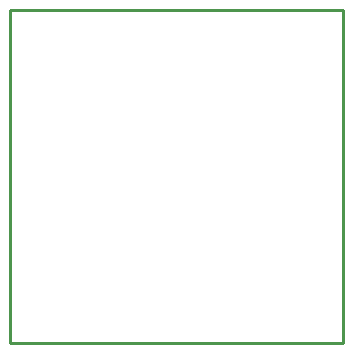
<source format=gto>
%FSLAX25Y25*%
%MOIN*%
G70*
G01*
G75*
%ADD10R,0.43307X0.43307*%
G04:AMPARAMS|DCode=11|XSize=59.06mil|YSize=59.06mil|CornerRadius=14.76mil|HoleSize=0mil|Usage=FLASHONLY|Rotation=270.000|XOffset=0mil|YOffset=0mil|HoleType=Round|Shape=RoundedRectangle|*
%AMROUNDEDRECTD11*
21,1,0.05906,0.02953,0,0,270.0*
21,1,0.02953,0.05906,0,0,270.0*
1,1,0.02953,-0.01476,-0.01476*
1,1,0.02953,-0.01476,0.01476*
1,1,0.02953,0.01476,0.01476*
1,1,0.02953,0.01476,-0.01476*
%
%ADD11ROUNDEDRECTD11*%
%ADD12C,0.01000*%
D12*
X111024Y0D02*
Y111024D01*
X111024Y0D02*
X111024Y0D01*
X0Y0D02*
X111024D01*
X22441Y111024D02*
X111024D01*
X0D02*
X22441D01*
X0Y0D02*
Y111024D01*
M02*

</source>
